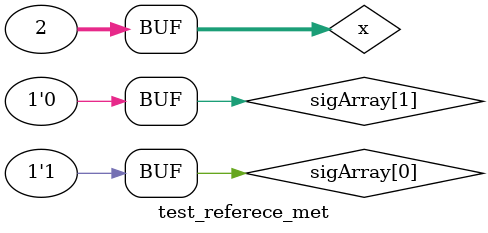
<source format=sv>

module test_referece_met // "tinst"
(
);

// SystemC signals
logic sig;
logic sigArray[2];

//------------------------------------------------------------------------------
// Method process: test_method (test_reference_met.cpp:23:5) 

// Process-local variables
logic signed [31:0] x;

always_comb 
begin : test_method     // test_reference_met.cpp:23:5
    x = sig;
    x = 2;
    sigArray[0] = 1;
    sigArray[1] = 0;
end

endmodule



</source>
